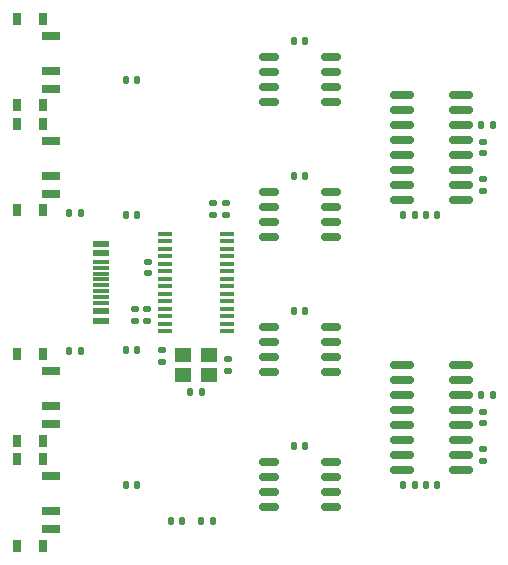
<source format=gbr>
%TF.GenerationSoftware,KiCad,Pcbnew,7.0.1*%
%TF.CreationDate,2023-04-24T21:53:49-04:00*%
%TF.ProjectId,lots-of-serial,6c6f7473-2d6f-4662-9d73-657269616c2e,rev?*%
%TF.SameCoordinates,Original*%
%TF.FileFunction,Paste,Top*%
%TF.FilePolarity,Positive*%
%FSLAX46Y46*%
G04 Gerber Fmt 4.6, Leading zero omitted, Abs format (unit mm)*
G04 Created by KiCad (PCBNEW 7.0.1) date 2023-04-24 21:53:49*
%MOMM*%
%LPD*%
G01*
G04 APERTURE LIST*
G04 Aperture macros list*
%AMRoundRect*
0 Rectangle with rounded corners*
0 $1 Rounding radius*
0 $2 $3 $4 $5 $6 $7 $8 $9 X,Y pos of 4 corners*
0 Add a 4 corners polygon primitive as box body*
4,1,4,$2,$3,$4,$5,$6,$7,$8,$9,$2,$3,0*
0 Add four circle primitives for the rounded corners*
1,1,$1+$1,$2,$3*
1,1,$1+$1,$4,$5*
1,1,$1+$1,$6,$7*
1,1,$1+$1,$8,$9*
0 Add four rect primitives between the rounded corners*
20,1,$1+$1,$2,$3,$4,$5,0*
20,1,$1+$1,$4,$5,$6,$7,0*
20,1,$1+$1,$6,$7,$8,$9,0*
20,1,$1+$1,$8,$9,$2,$3,0*%
G04 Aperture macros list end*
%ADD10RoundRect,0.150000X-0.675000X-0.150000X0.675000X-0.150000X0.675000X0.150000X-0.675000X0.150000X0*%
%ADD11RoundRect,0.140000X0.140000X0.170000X-0.140000X0.170000X-0.140000X-0.170000X0.140000X-0.170000X0*%
%ADD12RoundRect,0.140000X-0.140000X-0.170000X0.140000X-0.170000X0.140000X0.170000X-0.140000X0.170000X0*%
%ADD13RoundRect,0.140000X-0.170000X0.140000X-0.170000X-0.140000X0.170000X-0.140000X0.170000X0.140000X0*%
%ADD14RoundRect,0.140000X0.170000X-0.140000X0.170000X0.140000X-0.170000X0.140000X-0.170000X-0.140000X0*%
%ADD15R,1.500000X0.700000*%
%ADD16R,0.800000X1.000000*%
%ADD17RoundRect,0.135000X-0.185000X0.135000X-0.185000X-0.135000X0.185000X-0.135000X0.185000X0.135000X0*%
%ADD18RoundRect,0.147500X-0.147500X-0.172500X0.147500X-0.172500X0.147500X0.172500X-0.147500X0.172500X0*%
%ADD19RoundRect,0.135000X-0.135000X-0.185000X0.135000X-0.185000X0.135000X0.185000X-0.135000X0.185000X0*%
%ADD20R,1.450000X0.600000*%
%ADD21R,1.450000X0.300000*%
%ADD22R,1.200000X0.400000*%
%ADD23RoundRect,0.150000X0.825000X0.150000X-0.825000X0.150000X-0.825000X-0.150000X0.825000X-0.150000X0*%
%ADD24RoundRect,0.147500X0.147500X0.172500X-0.147500X0.172500X-0.147500X-0.172500X0.147500X-0.172500X0*%
%ADD25R,1.400000X1.200000*%
G04 APERTURE END LIST*
D10*
%TO.C,U5*%
X84243000Y-88900000D03*
X84243000Y-90170000D03*
X84243000Y-91440000D03*
X84243000Y-92710000D03*
X89493000Y-92710000D03*
X89493000Y-91440000D03*
X89493000Y-90170000D03*
X89493000Y-88900000D03*
%TD*%
D11*
%TO.C,C19*%
X103223000Y-60325000D03*
X102263000Y-60325000D03*
%TD*%
D12*
%TO.C,C18*%
X97564000Y-67945000D03*
X98524000Y-67945000D03*
%TD*%
D11*
%TO.C,C17*%
X103223000Y-83185000D03*
X102263000Y-83185000D03*
%TD*%
D12*
%TO.C,C16*%
X98524000Y-90805000D03*
X97564000Y-90805000D03*
%TD*%
D13*
%TO.C,C15*%
X102362000Y-84610000D03*
X102362000Y-85570000D03*
%TD*%
%TO.C,C14*%
X102362000Y-87785000D03*
X102362000Y-88745000D03*
%TD*%
D11*
%TO.C,C13*%
X96619000Y-90805000D03*
X95659000Y-90805000D03*
%TD*%
%TO.C,C12*%
X95659000Y-67945000D03*
X96619000Y-67945000D03*
%TD*%
D14*
%TO.C,C11*%
X102362000Y-62710000D03*
X102362000Y-61750000D03*
%TD*%
%TO.C,C10*%
X102362000Y-65885000D03*
X102362000Y-64925000D03*
%TD*%
D10*
%TO.C,U3*%
X89493000Y-66040000D03*
X89493000Y-67310000D03*
X89493000Y-68580000D03*
X89493000Y-69850000D03*
X84243000Y-69850000D03*
X84243000Y-68580000D03*
X84243000Y-67310000D03*
X84243000Y-66040000D03*
%TD*%
D15*
%TO.C,SW1*%
X65801000Y-66155000D03*
X65801000Y-64655000D03*
X65801000Y-61655000D03*
D16*
X65151000Y-60255000D03*
X62941000Y-67555000D03*
X62941000Y-60255000D03*
X65151000Y-67555000D03*
%TD*%
D15*
%TO.C,SW2*%
X65801000Y-57265000D03*
X65801000Y-55765000D03*
X65801000Y-52765000D03*
D16*
X65151000Y-51365000D03*
X62941000Y-58665000D03*
X62941000Y-51365000D03*
X65151000Y-58665000D03*
%TD*%
D15*
%TO.C,SW3*%
X65786000Y-85656000D03*
X65786000Y-84156000D03*
X65786000Y-81156000D03*
D16*
X65136000Y-79756000D03*
X62926000Y-87056000D03*
X62926000Y-79756000D03*
X65136000Y-87056000D03*
%TD*%
%TO.C,SW4*%
X65136000Y-95946000D03*
X62926000Y-88646000D03*
X62926000Y-95946000D03*
X65136000Y-88646000D03*
D15*
X65786000Y-90046000D03*
X65786000Y-93046000D03*
X65786000Y-94546000D03*
%TD*%
D14*
%TO.C,C1*%
X80772000Y-81125000D03*
X80772000Y-80165000D03*
%TD*%
D17*
%TO.C,R3*%
X80645000Y-66927000D03*
X80645000Y-67947000D03*
%TD*%
D18*
%TO.C,D4*%
X72159000Y-90805000D03*
X73129000Y-90805000D03*
%TD*%
D12*
%TO.C,C8*%
X86388000Y-76073000D03*
X87348000Y-76073000D03*
%TD*%
D18*
%TO.C,D5*%
X75969000Y-93853000D03*
X76939000Y-93853000D03*
%TD*%
D19*
%TO.C,R1*%
X67308000Y-67818000D03*
X68328000Y-67818000D03*
%TD*%
D12*
%TO.C,C2*%
X77625000Y-82931000D03*
X78585000Y-82931000D03*
%TD*%
D20*
%TO.C,USB1*%
X70085000Y-70410000D03*
X70085000Y-71210000D03*
D21*
X70085000Y-72410000D03*
X70085000Y-73410000D03*
X70085000Y-73910000D03*
X70085000Y-74910000D03*
D20*
X70085000Y-76110000D03*
X70085000Y-76910000D03*
X70085000Y-76910000D03*
X70085000Y-76110000D03*
D21*
X70085000Y-75410000D03*
X70085000Y-74410000D03*
X70085000Y-72910000D03*
X70085000Y-71910000D03*
D20*
X70085000Y-71210000D03*
X70085000Y-70410000D03*
%TD*%
D17*
%TO.C,R4*%
X72898000Y-75944000D03*
X72898000Y-76964000D03*
%TD*%
D10*
%TO.C,U2*%
X84243000Y-54610000D03*
X84243000Y-55880000D03*
X84243000Y-57150000D03*
X84243000Y-58420000D03*
X89493000Y-58420000D03*
X89493000Y-57150000D03*
X89493000Y-55880000D03*
X89493000Y-54610000D03*
%TD*%
D14*
%TO.C,C4*%
X79502000Y-67917000D03*
X79502000Y-66957000D03*
%TD*%
D22*
%TO.C,U1*%
X80705000Y-77787500D03*
X80705000Y-77152500D03*
X80705000Y-76517500D03*
X80705000Y-75882500D03*
X80705000Y-75247500D03*
X80705000Y-74612500D03*
X80705000Y-73977500D03*
X80705000Y-73342500D03*
X80705000Y-72707500D03*
X80705000Y-72072500D03*
X80705000Y-71437500D03*
X80705000Y-70802500D03*
X80705000Y-70167500D03*
X80705000Y-69532500D03*
X75505000Y-69532500D03*
X75505000Y-70167500D03*
X75505000Y-70802500D03*
X75505000Y-71437500D03*
X75505000Y-72072500D03*
X75505000Y-72707500D03*
X75505000Y-73342500D03*
X75505000Y-73977500D03*
X75505000Y-74612500D03*
X75505000Y-75247500D03*
X75505000Y-75882500D03*
X75505000Y-76517500D03*
X75505000Y-77152500D03*
X75505000Y-77787500D03*
%TD*%
D23*
%TO.C,U6*%
X100519000Y-66675000D03*
X100519000Y-65405000D03*
X100519000Y-64135000D03*
X100519000Y-62865000D03*
X100519000Y-61595000D03*
X100519000Y-60325000D03*
X100519000Y-59055000D03*
X100519000Y-57785000D03*
X95569000Y-57785000D03*
X95569000Y-59055000D03*
X95569000Y-60325000D03*
X95569000Y-61595000D03*
X95569000Y-62865000D03*
X95569000Y-64135000D03*
X95569000Y-65405000D03*
X95569000Y-66675000D03*
%TD*%
D12*
%TO.C,C7*%
X86388000Y-64643000D03*
X87348000Y-64643000D03*
%TD*%
D13*
%TO.C,C3*%
X75184000Y-79403000D03*
X75184000Y-80363000D03*
%TD*%
D23*
%TO.C,U7*%
X100519000Y-89535000D03*
X100519000Y-88265000D03*
X100519000Y-86995000D03*
X100519000Y-85725000D03*
X100519000Y-84455000D03*
X100519000Y-83185000D03*
X100519000Y-81915000D03*
X100519000Y-80645000D03*
X95569000Y-80645000D03*
X95569000Y-81915000D03*
X95569000Y-83185000D03*
X95569000Y-84455000D03*
X95569000Y-85725000D03*
X95569000Y-86995000D03*
X95569000Y-88265000D03*
X95569000Y-89535000D03*
%TD*%
D10*
%TO.C,U4*%
X84243000Y-77470000D03*
X84243000Y-78740000D03*
X84243000Y-80010000D03*
X84243000Y-81280000D03*
X89493000Y-81280000D03*
X89493000Y-80010000D03*
X89493000Y-78740000D03*
X89493000Y-77470000D03*
%TD*%
D17*
%TO.C,R5*%
X73914000Y-75944000D03*
X73914000Y-76964000D03*
%TD*%
D14*
%TO.C,C5*%
X74041000Y-72870000D03*
X74041000Y-71910000D03*
%TD*%
D12*
%TO.C,C9*%
X86388000Y-87503000D03*
X87348000Y-87503000D03*
%TD*%
D18*
%TO.C,D2*%
X72159000Y-79375000D03*
X73129000Y-79375000D03*
%TD*%
D24*
%TO.C,D1*%
X73129000Y-56515000D03*
X72159000Y-56515000D03*
%TD*%
D19*
%TO.C,R6*%
X79504000Y-93853000D03*
X78484000Y-93853000D03*
%TD*%
D12*
%TO.C,C6*%
X87348000Y-53213000D03*
X86388000Y-53213000D03*
%TD*%
D24*
%TO.C,D3*%
X73129000Y-67945000D03*
X72159000Y-67945000D03*
%TD*%
D19*
%TO.C,R2*%
X67308000Y-79502000D03*
X68328000Y-79502000D03*
%TD*%
D25*
%TO.C,Y1*%
X77005000Y-81495000D03*
X79205000Y-81495000D03*
X79205000Y-79795000D03*
X77005000Y-79795000D03*
%TD*%
M02*

</source>
